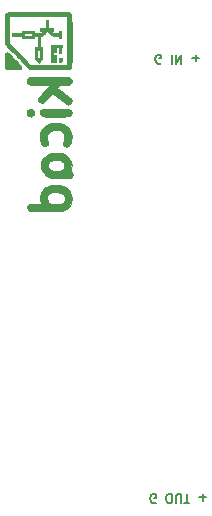
<source format=gbo>
G04 #@! TF.FileFunction,Legend,Bot*
%FSLAX46Y46*%
G04 Gerber Fmt 4.6, Leading zero omitted, Abs format (unit mm)*
G04 Created by KiCad (PCBNEW 0.201508140901+6091~28~ubuntu14.04.1-product) date Wed 04 Nov 2015 06:06:40 AM PST*
%MOMM*%
G01*
G04 APERTURE LIST*
%ADD10C,0.076200*%
%ADD11C,0.127000*%
%ADD12C,0.010000*%
G04 APERTURE END LIST*
D10*
D11*
X157758714Y-127181000D02*
X157686143Y-127217286D01*
X157577286Y-127217286D01*
X157468429Y-127181000D01*
X157395857Y-127108429D01*
X157359572Y-127035857D01*
X157323286Y-126890714D01*
X157323286Y-126781857D01*
X157359572Y-126636714D01*
X157395857Y-126564143D01*
X157468429Y-126491571D01*
X157577286Y-126455286D01*
X157649857Y-126455286D01*
X157758714Y-126491571D01*
X157795000Y-126527857D01*
X157795000Y-126781857D01*
X157649857Y-126781857D01*
X158847285Y-127217286D02*
X158992428Y-127217286D01*
X159065000Y-127181000D01*
X159137571Y-127108429D01*
X159173857Y-126963286D01*
X159173857Y-126709286D01*
X159137571Y-126564143D01*
X159065000Y-126491571D01*
X158992428Y-126455286D01*
X158847285Y-126455286D01*
X158774714Y-126491571D01*
X158702143Y-126564143D01*
X158665857Y-126709286D01*
X158665857Y-126963286D01*
X158702143Y-127108429D01*
X158774714Y-127181000D01*
X158847285Y-127217286D01*
X159500429Y-127217286D02*
X159500429Y-126600429D01*
X159536714Y-126527857D01*
X159573000Y-126491571D01*
X159645571Y-126455286D01*
X159790714Y-126455286D01*
X159863286Y-126491571D01*
X159899571Y-126527857D01*
X159935857Y-126600429D01*
X159935857Y-127217286D01*
X160189857Y-127217286D02*
X160625286Y-127217286D01*
X160407572Y-126455286D02*
X160407572Y-127217286D01*
X161459857Y-126745571D02*
X162040428Y-126745571D01*
X161750142Y-126455286D02*
X161750142Y-127035857D01*
X158166714Y-89981000D02*
X158094143Y-90017286D01*
X157985286Y-90017286D01*
X157876429Y-89981000D01*
X157803857Y-89908429D01*
X157767572Y-89835857D01*
X157731286Y-89690714D01*
X157731286Y-89581857D01*
X157767572Y-89436714D01*
X157803857Y-89364143D01*
X157876429Y-89291571D01*
X157985286Y-89255286D01*
X158057857Y-89255286D01*
X158166714Y-89291571D01*
X158203000Y-89327857D01*
X158203000Y-89581857D01*
X158057857Y-89581857D01*
X159110143Y-89255286D02*
X159110143Y-90017286D01*
X159473000Y-89255286D02*
X159473000Y-90017286D01*
X159908428Y-89255286D01*
X159908428Y-90017286D01*
X160851857Y-89545571D02*
X161432428Y-89545571D01*
X161142142Y-89255286D02*
X161142142Y-89835857D01*
D12*
G36*
X148086142Y-98859449D02*
X148143512Y-99055215D01*
X148236527Y-99232282D01*
X148362801Y-99387595D01*
X148519947Y-99518098D01*
X148705580Y-99620738D01*
X148873667Y-99680926D01*
X148914673Y-99691381D01*
X148959148Y-99699800D01*
X149011995Y-99706399D01*
X149078119Y-99711391D01*
X149162423Y-99714991D01*
X149269811Y-99717412D01*
X149405187Y-99718870D01*
X149573454Y-99719577D01*
X149762667Y-99719750D01*
X149971570Y-99719629D01*
X150142533Y-99718857D01*
X150279951Y-99716823D01*
X150388217Y-99712914D01*
X150471726Y-99706519D01*
X150534871Y-99697027D01*
X150582047Y-99683824D01*
X150617647Y-99666300D01*
X150646064Y-99643842D01*
X150671694Y-99615838D01*
X150692131Y-99590319D01*
X150725543Y-99518604D01*
X150737178Y-99426921D01*
X150726896Y-99331691D01*
X150695054Y-99250143D01*
X150653904Y-99197364D01*
X150608908Y-99159387D01*
X150605174Y-99157317D01*
X150567029Y-99137053D01*
X150551627Y-99128246D01*
X150555871Y-99108264D01*
X150571806Y-99060410D01*
X150589522Y-99012224D01*
X150638103Y-98826543D01*
X150648306Y-98633208D01*
X150621670Y-98438660D01*
X150559734Y-98249340D01*
X150464038Y-98071691D01*
X150336122Y-97912153D01*
X150323584Y-97899405D01*
X150184230Y-97780300D01*
X150029814Y-97688893D01*
X149855281Y-97623471D01*
X149655579Y-97582323D01*
X149459848Y-97566500D01*
X149459848Y-98189669D01*
X149639035Y-98212307D01*
X149786132Y-98258172D01*
X149899840Y-98326825D01*
X149978859Y-98417825D01*
X149991924Y-98441735D01*
X150019465Y-98522631D01*
X150035251Y-98620989D01*
X150038427Y-98721124D01*
X150028138Y-98807352D01*
X150014081Y-98848017D01*
X149954204Y-98937063D01*
X149874782Y-99004342D01*
X149771151Y-99051715D01*
X149638645Y-99081043D01*
X149472601Y-99094189D01*
X149394345Y-99095334D01*
X149213827Y-99091376D01*
X149069270Y-99078178D01*
X148954930Y-99053750D01*
X148865061Y-99016106D01*
X148793918Y-98963256D01*
X148735755Y-98893213D01*
X148715025Y-98860256D01*
X148682730Y-98771159D01*
X148672531Y-98662504D01*
X148684266Y-98550739D01*
X148717770Y-98452315D01*
X148719105Y-98449750D01*
X148779444Y-98357767D01*
X148854420Y-98289121D01*
X148950465Y-98240675D01*
X149074009Y-98209291D01*
X149231480Y-98191829D01*
X149249868Y-98190697D01*
X149459848Y-98189669D01*
X149459848Y-97566500D01*
X149425655Y-97563735D01*
X149328750Y-97562231D01*
X149205628Y-97562946D01*
X149113703Y-97566067D01*
X149041852Y-97573001D01*
X148978951Y-97585152D01*
X148913875Y-97603926D01*
X148863084Y-97621061D01*
X148709035Y-97681136D01*
X148583253Y-97746607D01*
X148471761Y-97825623D01*
X148392726Y-97895251D01*
X148253005Y-98052034D01*
X148153075Y-98221977D01*
X148091621Y-98408115D01*
X148067330Y-98613484D01*
X148066804Y-98648040D01*
X148086142Y-98859449D01*
X148086142Y-98859449D01*
G37*
X148086142Y-98859449D02*
X148143512Y-99055215D01*
X148236527Y-99232282D01*
X148362801Y-99387595D01*
X148519947Y-99518098D01*
X148705580Y-99620738D01*
X148873667Y-99680926D01*
X148914673Y-99691381D01*
X148959148Y-99699800D01*
X149011995Y-99706399D01*
X149078119Y-99711391D01*
X149162423Y-99714991D01*
X149269811Y-99717412D01*
X149405187Y-99718870D01*
X149573454Y-99719577D01*
X149762667Y-99719750D01*
X149971570Y-99719629D01*
X150142533Y-99718857D01*
X150279951Y-99716823D01*
X150388217Y-99712914D01*
X150471726Y-99706519D01*
X150534871Y-99697027D01*
X150582047Y-99683824D01*
X150617647Y-99666300D01*
X150646064Y-99643842D01*
X150671694Y-99615838D01*
X150692131Y-99590319D01*
X150725543Y-99518604D01*
X150737178Y-99426921D01*
X150726896Y-99331691D01*
X150695054Y-99250143D01*
X150653904Y-99197364D01*
X150608908Y-99159387D01*
X150605174Y-99157317D01*
X150567029Y-99137053D01*
X150551627Y-99128246D01*
X150555871Y-99108264D01*
X150571806Y-99060410D01*
X150589522Y-99012224D01*
X150638103Y-98826543D01*
X150648306Y-98633208D01*
X150621670Y-98438660D01*
X150559734Y-98249340D01*
X150464038Y-98071691D01*
X150336122Y-97912153D01*
X150323584Y-97899405D01*
X150184230Y-97780300D01*
X150029814Y-97688893D01*
X149855281Y-97623471D01*
X149655579Y-97582323D01*
X149459848Y-97566500D01*
X149459848Y-98189669D01*
X149639035Y-98212307D01*
X149786132Y-98258172D01*
X149899840Y-98326825D01*
X149978859Y-98417825D01*
X149991924Y-98441735D01*
X150019465Y-98522631D01*
X150035251Y-98620989D01*
X150038427Y-98721124D01*
X150028138Y-98807352D01*
X150014081Y-98848017D01*
X149954204Y-98937063D01*
X149874782Y-99004342D01*
X149771151Y-99051715D01*
X149638645Y-99081043D01*
X149472601Y-99094189D01*
X149394345Y-99095334D01*
X149213827Y-99091376D01*
X149069270Y-99078178D01*
X148954930Y-99053750D01*
X148865061Y-99016106D01*
X148793918Y-98963256D01*
X148735755Y-98893213D01*
X148715025Y-98860256D01*
X148682730Y-98771159D01*
X148672531Y-98662504D01*
X148684266Y-98550739D01*
X148717770Y-98452315D01*
X148719105Y-98449750D01*
X148779444Y-98357767D01*
X148854420Y-98289121D01*
X148950465Y-98240675D01*
X149074009Y-98209291D01*
X149231480Y-98191829D01*
X149249868Y-98190697D01*
X149459848Y-98189669D01*
X149459848Y-97566500D01*
X149425655Y-97563735D01*
X149328750Y-97562231D01*
X149205628Y-97562946D01*
X149113703Y-97566067D01*
X149041852Y-97573001D01*
X148978951Y-97585152D01*
X148913875Y-97603926D01*
X148863084Y-97621061D01*
X148709035Y-97681136D01*
X148583253Y-97746607D01*
X148471761Y-97825623D01*
X148392726Y-97895251D01*
X148253005Y-98052034D01*
X148153075Y-98221977D01*
X148091621Y-98408115D01*
X148067330Y-98613484D01*
X148066804Y-98648040D01*
X148086142Y-98859449D01*
G36*
X146849793Y-91578391D02*
X146893973Y-91670663D01*
X146967811Y-91745573D01*
X146990582Y-91760335D01*
X147010526Y-91771007D01*
X147033385Y-91779842D01*
X147063298Y-91787074D01*
X147104406Y-91792937D01*
X147160846Y-91797668D01*
X147236759Y-91801500D01*
X147336282Y-91804670D01*
X147463555Y-91807411D01*
X147622717Y-91809960D01*
X147817907Y-91812550D01*
X147935709Y-91814000D01*
X148807500Y-91824584D01*
X148373094Y-92300834D01*
X148231727Y-92455883D01*
X148116268Y-92583143D01*
X148024150Y-92686153D01*
X147952808Y-92768449D01*
X147899677Y-92833571D01*
X147862189Y-92885055D01*
X147837780Y-92926439D01*
X147823883Y-92961262D01*
X147817932Y-92993062D01*
X147817362Y-93025376D01*
X147819606Y-93061742D01*
X147819751Y-93063795D01*
X147835206Y-93158660D01*
X147864362Y-93229503D01*
X147869288Y-93236634D01*
X147948281Y-93312165D01*
X148043024Y-93354932D01*
X148143909Y-93362825D01*
X148241328Y-93333735D01*
X148260708Y-93322565D01*
X148293857Y-93294822D01*
X148349946Y-93240380D01*
X148424015Y-93164378D01*
X148511104Y-93071955D01*
X148606253Y-92968253D01*
X148656693Y-92912220D01*
X148750574Y-92807678D01*
X148835304Y-92714164D01*
X148906754Y-92636167D01*
X148960794Y-92578176D01*
X148993295Y-92544682D01*
X149000707Y-92538223D01*
X149020414Y-92549244D01*
X149069586Y-92583292D01*
X149144253Y-92637428D01*
X149240443Y-92708717D01*
X149354185Y-92794221D01*
X149481509Y-92891003D01*
X149584956Y-92970326D01*
X149752613Y-93099259D01*
X149890288Y-93204691D01*
X150001512Y-93288985D01*
X150089816Y-93354504D01*
X150158731Y-93403612D01*
X150211788Y-93438674D01*
X150252519Y-93462052D01*
X150284453Y-93476109D01*
X150311123Y-93483211D01*
X150336058Y-93485719D01*
X150355334Y-93486009D01*
X150454159Y-93466983D01*
X150537537Y-93415450D01*
X150601226Y-93339725D01*
X150640985Y-93248123D01*
X150652572Y-93148961D01*
X150631746Y-93050553D01*
X150604028Y-92998403D01*
X150576025Y-92968740D01*
X150518565Y-92917218D01*
X150436019Y-92847430D01*
X150332759Y-92762969D01*
X150213155Y-92667427D01*
X150081578Y-92564398D01*
X149991498Y-92494957D01*
X149426607Y-92062203D01*
X149535846Y-91938101D01*
X149645084Y-91814000D01*
X149984334Y-91813483D01*
X150159503Y-91811081D01*
X150297270Y-91804026D01*
X150402381Y-91791651D01*
X150479578Y-91773287D01*
X150533607Y-91748268D01*
X150552979Y-91733450D01*
X150612791Y-91656227D01*
X150650539Y-91560577D01*
X150661295Y-91462649D01*
X150652286Y-91407998D01*
X150598297Y-91300935D01*
X150510256Y-91218624D01*
X150509957Y-91218427D01*
X150497614Y-91211330D01*
X150481682Y-91205144D01*
X150459345Y-91199808D01*
X150427788Y-91195258D01*
X150384196Y-91191432D01*
X150325754Y-91188268D01*
X150249646Y-91185702D01*
X150153057Y-91183672D01*
X150033172Y-91182116D01*
X149887175Y-91180971D01*
X149712251Y-91180174D01*
X149505584Y-91179662D01*
X149264361Y-91179374D01*
X148985764Y-91179247D01*
X148746667Y-91179219D01*
X148438059Y-91179235D01*
X148168950Y-91179352D01*
X147936508Y-91179635D01*
X147737898Y-91180151D01*
X147570288Y-91180964D01*
X147430842Y-91182142D01*
X147316728Y-91183750D01*
X147225113Y-91185855D01*
X147153162Y-91188522D01*
X147098042Y-91191816D01*
X147056920Y-91195805D01*
X147026961Y-91200555D01*
X147005332Y-91206130D01*
X146989200Y-91212598D01*
X146975732Y-91220023D01*
X146974986Y-91220477D01*
X146897867Y-91289799D01*
X146851473Y-91378719D01*
X146835538Y-91477996D01*
X146849793Y-91578391D01*
X146849793Y-91578391D01*
G37*
X146849793Y-91578391D02*
X146893973Y-91670663D01*
X146967811Y-91745573D01*
X146990582Y-91760335D01*
X147010526Y-91771007D01*
X147033385Y-91779842D01*
X147063298Y-91787074D01*
X147104406Y-91792937D01*
X147160846Y-91797668D01*
X147236759Y-91801500D01*
X147336282Y-91804670D01*
X147463555Y-91807411D01*
X147622717Y-91809960D01*
X147817907Y-91812550D01*
X147935709Y-91814000D01*
X148807500Y-91824584D01*
X148373094Y-92300834D01*
X148231727Y-92455883D01*
X148116268Y-92583143D01*
X148024150Y-92686153D01*
X147952808Y-92768449D01*
X147899677Y-92833571D01*
X147862189Y-92885055D01*
X147837780Y-92926439D01*
X147823883Y-92961262D01*
X147817932Y-92993062D01*
X147817362Y-93025376D01*
X147819606Y-93061742D01*
X147819751Y-93063795D01*
X147835206Y-93158660D01*
X147864362Y-93229503D01*
X147869288Y-93236634D01*
X147948281Y-93312165D01*
X148043024Y-93354932D01*
X148143909Y-93362825D01*
X148241328Y-93333735D01*
X148260708Y-93322565D01*
X148293857Y-93294822D01*
X148349946Y-93240380D01*
X148424015Y-93164378D01*
X148511104Y-93071955D01*
X148606253Y-92968253D01*
X148656693Y-92912220D01*
X148750574Y-92807678D01*
X148835304Y-92714164D01*
X148906754Y-92636167D01*
X148960794Y-92578176D01*
X148993295Y-92544682D01*
X149000707Y-92538223D01*
X149020414Y-92549244D01*
X149069586Y-92583292D01*
X149144253Y-92637428D01*
X149240443Y-92708717D01*
X149354185Y-92794221D01*
X149481509Y-92891003D01*
X149584956Y-92970326D01*
X149752613Y-93099259D01*
X149890288Y-93204691D01*
X150001512Y-93288985D01*
X150089816Y-93354504D01*
X150158731Y-93403612D01*
X150211788Y-93438674D01*
X150252519Y-93462052D01*
X150284453Y-93476109D01*
X150311123Y-93483211D01*
X150336058Y-93485719D01*
X150355334Y-93486009D01*
X150454159Y-93466983D01*
X150537537Y-93415450D01*
X150601226Y-93339725D01*
X150640985Y-93248123D01*
X150652572Y-93148961D01*
X150631746Y-93050553D01*
X150604028Y-92998403D01*
X150576025Y-92968740D01*
X150518565Y-92917218D01*
X150436019Y-92847430D01*
X150332759Y-92762969D01*
X150213155Y-92667427D01*
X150081578Y-92564398D01*
X149991498Y-92494957D01*
X149426607Y-92062203D01*
X149535846Y-91938101D01*
X149645084Y-91814000D01*
X149984334Y-91813483D01*
X150159503Y-91811081D01*
X150297270Y-91804026D01*
X150402381Y-91791651D01*
X150479578Y-91773287D01*
X150533607Y-91748268D01*
X150552979Y-91733450D01*
X150612791Y-91656227D01*
X150650539Y-91560577D01*
X150661295Y-91462649D01*
X150652286Y-91407998D01*
X150598297Y-91300935D01*
X150510256Y-91218624D01*
X150509957Y-91218427D01*
X150497614Y-91211330D01*
X150481682Y-91205144D01*
X150459345Y-91199808D01*
X150427788Y-91195258D01*
X150384196Y-91191432D01*
X150325754Y-91188268D01*
X150249646Y-91185702D01*
X150153057Y-91183672D01*
X150033172Y-91182116D01*
X149887175Y-91180971D01*
X149712251Y-91180174D01*
X149505584Y-91179662D01*
X149264361Y-91179374D01*
X148985764Y-91179247D01*
X148746667Y-91179219D01*
X148438059Y-91179235D01*
X148168950Y-91179352D01*
X147936508Y-91179635D01*
X147737898Y-91180151D01*
X147570288Y-91180964D01*
X147430842Y-91182142D01*
X147316728Y-91183750D01*
X147225113Y-91185855D01*
X147153162Y-91188522D01*
X147098042Y-91191816D01*
X147056920Y-91195805D01*
X147026961Y-91200555D01*
X147005332Y-91206130D01*
X146989200Y-91212598D01*
X146975732Y-91220023D01*
X146974986Y-91220477D01*
X146897867Y-91289799D01*
X146851473Y-91378719D01*
X146835538Y-91477996D01*
X146849793Y-91578391D01*
G36*
X147948789Y-94212702D02*
X147974683Y-94322494D01*
X148033214Y-94406880D01*
X148112018Y-94462978D01*
X148130251Y-94471635D01*
X148152346Y-94478919D01*
X148181884Y-94484948D01*
X148222448Y-94489839D01*
X148277619Y-94493711D01*
X148350978Y-94496681D01*
X148446107Y-94498867D01*
X148566587Y-94500387D01*
X148716000Y-94501359D01*
X148897928Y-94501900D01*
X149115952Y-94502129D01*
X149303013Y-94502167D01*
X149555785Y-94502152D01*
X149769766Y-94501906D01*
X149948500Y-94501125D01*
X150095527Y-94499508D01*
X150214390Y-94496752D01*
X150308633Y-94492554D01*
X150381797Y-94486612D01*
X150437425Y-94478623D01*
X150479060Y-94468284D01*
X150510243Y-94455293D01*
X150534517Y-94439347D01*
X150555425Y-94420145D01*
X150576510Y-94397382D01*
X150580442Y-94393053D01*
X150612033Y-94351779D01*
X150635638Y-94301076D01*
X150657706Y-94226287D01*
X150662826Y-94205834D01*
X150661058Y-94166854D01*
X150647108Y-94108449D01*
X150640866Y-94089417D01*
X150585760Y-93989552D01*
X150503789Y-93917529D01*
X150402153Y-93879501D01*
X150393718Y-93878159D01*
X150354785Y-93875683D01*
X150278002Y-93873612D01*
X150167849Y-93871974D01*
X150028809Y-93870795D01*
X149865363Y-93870101D01*
X149681992Y-93869920D01*
X149483177Y-93870276D01*
X149273400Y-93871198D01*
X149244084Y-93871369D01*
X149004844Y-93872867D01*
X148804195Y-93874338D01*
X148638394Y-93875946D01*
X148503701Y-93877856D01*
X148396372Y-93880231D01*
X148312665Y-93883236D01*
X148248839Y-93887035D01*
X148201151Y-93891792D01*
X148165860Y-93897672D01*
X148139223Y-93904839D01*
X148117498Y-93913457D01*
X148101084Y-93921536D01*
X148014100Y-93987354D01*
X147962660Y-94075941D01*
X147947318Y-94186238D01*
X147948789Y-94212702D01*
X147948789Y-94212702D01*
G37*
X147948789Y-94212702D02*
X147974683Y-94322494D01*
X148033214Y-94406880D01*
X148112018Y-94462978D01*
X148130251Y-94471635D01*
X148152346Y-94478919D01*
X148181884Y-94484948D01*
X148222448Y-94489839D01*
X148277619Y-94493711D01*
X148350978Y-94496681D01*
X148446107Y-94498867D01*
X148566587Y-94500387D01*
X148716000Y-94501359D01*
X148897928Y-94501900D01*
X149115952Y-94502129D01*
X149303013Y-94502167D01*
X149555785Y-94502152D01*
X149769766Y-94501906D01*
X149948500Y-94501125D01*
X150095527Y-94499508D01*
X150214390Y-94496752D01*
X150308633Y-94492554D01*
X150381797Y-94486612D01*
X150437425Y-94478623D01*
X150479060Y-94468284D01*
X150510243Y-94455293D01*
X150534517Y-94439347D01*
X150555425Y-94420145D01*
X150576510Y-94397382D01*
X150580442Y-94393053D01*
X150612033Y-94351779D01*
X150635638Y-94301076D01*
X150657706Y-94226287D01*
X150662826Y-94205834D01*
X150661058Y-94166854D01*
X150647108Y-94108449D01*
X150640866Y-94089417D01*
X150585760Y-93989552D01*
X150503789Y-93917529D01*
X150402153Y-93879501D01*
X150393718Y-93878159D01*
X150354785Y-93875683D01*
X150278002Y-93873612D01*
X150167849Y-93871974D01*
X150028809Y-93870795D01*
X149865363Y-93870101D01*
X149681992Y-93869920D01*
X149483177Y-93870276D01*
X149273400Y-93871198D01*
X149244084Y-93871369D01*
X149004844Y-93872867D01*
X148804195Y-93874338D01*
X148638394Y-93875946D01*
X148503701Y-93877856D01*
X148396372Y-93880231D01*
X148312665Y-93883236D01*
X148248839Y-93887035D01*
X148201151Y-93891792D01*
X148165860Y-93897672D01*
X148139223Y-93904839D01*
X148117498Y-93913457D01*
X148101084Y-93921536D01*
X148014100Y-93987354D01*
X147962660Y-94075941D01*
X147947318Y-94186238D01*
X147948789Y-94212702D01*
G36*
X146918258Y-102326111D02*
X146983875Y-102422611D01*
X147001981Y-102441193D01*
X147076830Y-102513750D01*
X148329790Y-102519710D01*
X148611281Y-102520922D01*
X148854084Y-102521525D01*
X149061841Y-102521280D01*
X149238198Y-102519945D01*
X149386796Y-102517281D01*
X149511281Y-102513048D01*
X149615294Y-102507006D01*
X149702479Y-102498915D01*
X149776481Y-102488534D01*
X149840942Y-102475624D01*
X149899506Y-102459945D01*
X149955816Y-102441256D01*
X150013516Y-102419317D01*
X150044876Y-102406709D01*
X150222181Y-102312748D01*
X150373637Y-102187193D01*
X150495513Y-102034164D01*
X150584079Y-101857779D01*
X150608545Y-101784379D01*
X150639233Y-101660636D01*
X150655061Y-101544696D01*
X150657417Y-101419679D01*
X150649360Y-101287729D01*
X150639246Y-101200056D01*
X150622737Y-101125528D01*
X150595145Y-101049160D01*
X150551781Y-100955969D01*
X150535171Y-100922837D01*
X150416061Y-100731190D01*
X150269030Y-100571329D01*
X150094342Y-100443456D01*
X149892262Y-100347771D01*
X149705572Y-100293306D01*
X149579116Y-100273656D01*
X149426225Y-100262766D01*
X149328572Y-100261523D01*
X149328572Y-100877550D01*
X149491604Y-100895189D01*
X149646206Y-100933647D01*
X149785374Y-100992004D01*
X149902101Y-101069342D01*
X149989381Y-101164742D01*
X150011182Y-101201280D01*
X150064326Y-101340319D01*
X150077277Y-101474863D01*
X150049812Y-101601622D01*
X150039915Y-101624750D01*
X149976103Y-101730441D01*
X149891803Y-101807474D01*
X149807003Y-101853962D01*
X149765297Y-101870520D01*
X149718963Y-101882827D01*
X149660427Y-101891734D01*
X149582116Y-101898091D01*
X149476455Y-101902749D01*
X149339334Y-101906479D01*
X149157268Y-101908595D01*
X149016436Y-101905639D01*
X148917139Y-101897621D01*
X148875146Y-101889737D01*
X148772791Y-101841082D01*
X148685721Y-101757696D01*
X148618154Y-101645712D01*
X148574309Y-101511261D01*
X148562355Y-101435174D01*
X148568730Y-101314406D01*
X148607938Y-101194587D01*
X148674020Y-101089803D01*
X148732276Y-101033553D01*
X148858964Y-100958730D01*
X149005246Y-100908402D01*
X149164118Y-100881648D01*
X149328572Y-100877550D01*
X149328572Y-100261523D01*
X149261887Y-100260674D01*
X149101094Y-100267414D01*
X148958832Y-100283023D01*
X148912092Y-100291422D01*
X148699632Y-100355055D01*
X148506803Y-100452527D01*
X148337576Y-100580351D01*
X148195920Y-100735039D01*
X148085804Y-100913102D01*
X148022004Y-101073538D01*
X147986394Y-101242950D01*
X147976230Y-101425837D01*
X147991470Y-101605491D01*
X148023705Y-101741167D01*
X148046429Y-101812574D01*
X148062719Y-101867683D01*
X148069060Y-101894597D01*
X148069060Y-101894625D01*
X148048970Y-101899183D01*
X147992510Y-101903229D01*
X147905643Y-101906566D01*
X147794333Y-101908994D01*
X147664542Y-101910316D01*
X147592032Y-101910500D01*
X147424067Y-101910985D01*
X147292760Y-101913135D01*
X147192443Y-101917993D01*
X147117446Y-101926603D01*
X147062100Y-101940007D01*
X147020735Y-101959248D01*
X146987682Y-101985371D01*
X146957270Y-102019417D01*
X146949925Y-102028641D01*
X146900463Y-102122619D01*
X146890181Y-102223945D01*
X146918258Y-102326111D01*
X146918258Y-102326111D01*
G37*
X146918258Y-102326111D02*
X146983875Y-102422611D01*
X147001981Y-102441193D01*
X147076830Y-102513750D01*
X148329790Y-102519710D01*
X148611281Y-102520922D01*
X148854084Y-102521525D01*
X149061841Y-102521280D01*
X149238198Y-102519945D01*
X149386796Y-102517281D01*
X149511281Y-102513048D01*
X149615294Y-102507006D01*
X149702479Y-102498915D01*
X149776481Y-102488534D01*
X149840942Y-102475624D01*
X149899506Y-102459945D01*
X149955816Y-102441256D01*
X150013516Y-102419317D01*
X150044876Y-102406709D01*
X150222181Y-102312748D01*
X150373637Y-102187193D01*
X150495513Y-102034164D01*
X150584079Y-101857779D01*
X150608545Y-101784379D01*
X150639233Y-101660636D01*
X150655061Y-101544696D01*
X150657417Y-101419679D01*
X150649360Y-101287729D01*
X150639246Y-101200056D01*
X150622737Y-101125528D01*
X150595145Y-101049160D01*
X150551781Y-100955969D01*
X150535171Y-100922837D01*
X150416061Y-100731190D01*
X150269030Y-100571329D01*
X150094342Y-100443456D01*
X149892262Y-100347771D01*
X149705572Y-100293306D01*
X149579116Y-100273656D01*
X149426225Y-100262766D01*
X149328572Y-100261523D01*
X149328572Y-100877550D01*
X149491604Y-100895189D01*
X149646206Y-100933647D01*
X149785374Y-100992004D01*
X149902101Y-101069342D01*
X149989381Y-101164742D01*
X150011182Y-101201280D01*
X150064326Y-101340319D01*
X150077277Y-101474863D01*
X150049812Y-101601622D01*
X150039915Y-101624750D01*
X149976103Y-101730441D01*
X149891803Y-101807474D01*
X149807003Y-101853962D01*
X149765297Y-101870520D01*
X149718963Y-101882827D01*
X149660427Y-101891734D01*
X149582116Y-101898091D01*
X149476455Y-101902749D01*
X149339334Y-101906479D01*
X149157268Y-101908595D01*
X149016436Y-101905639D01*
X148917139Y-101897621D01*
X148875146Y-101889737D01*
X148772791Y-101841082D01*
X148685721Y-101757696D01*
X148618154Y-101645712D01*
X148574309Y-101511261D01*
X148562355Y-101435174D01*
X148568730Y-101314406D01*
X148607938Y-101194587D01*
X148674020Y-101089803D01*
X148732276Y-101033553D01*
X148858964Y-100958730D01*
X149005246Y-100908402D01*
X149164118Y-100881648D01*
X149328572Y-100877550D01*
X149328572Y-100261523D01*
X149261887Y-100260674D01*
X149101094Y-100267414D01*
X148958832Y-100283023D01*
X148912092Y-100291422D01*
X148699632Y-100355055D01*
X148506803Y-100452527D01*
X148337576Y-100580351D01*
X148195920Y-100735039D01*
X148085804Y-100913102D01*
X148022004Y-101073538D01*
X147986394Y-101242950D01*
X147976230Y-101425837D01*
X147991470Y-101605491D01*
X148023705Y-101741167D01*
X148046429Y-101812574D01*
X148062719Y-101867683D01*
X148069060Y-101894597D01*
X148069060Y-101894625D01*
X148048970Y-101899183D01*
X147992510Y-101903229D01*
X147905643Y-101906566D01*
X147794333Y-101908994D01*
X147664542Y-101910316D01*
X147592032Y-101910500D01*
X147424067Y-101910985D01*
X147292760Y-101913135D01*
X147192443Y-101917993D01*
X147117446Y-101926603D01*
X147062100Y-101940007D01*
X147020735Y-101959248D01*
X146987682Y-101985371D01*
X146957270Y-102019417D01*
X146949925Y-102028641D01*
X146900463Y-102122619D01*
X146890181Y-102223945D01*
X146918258Y-102326111D01*
G36*
X145021404Y-86998013D02*
X145021413Y-87104747D01*
X145021473Y-87365159D01*
X145021753Y-87586604D01*
X145022350Y-87772446D01*
X145023360Y-87926051D01*
X145024879Y-88050784D01*
X145027002Y-88150012D01*
X145029826Y-88227099D01*
X145033448Y-88285410D01*
X145037962Y-88328312D01*
X145043466Y-88359169D01*
X145050055Y-88381347D01*
X145057825Y-88398211D01*
X145058375Y-88399207D01*
X145079226Y-88425685D01*
X145126978Y-88479812D01*
X145199062Y-88558849D01*
X145292906Y-88660057D01*
X145405939Y-88780695D01*
X145535592Y-88918023D01*
X145679293Y-89069304D01*
X145834472Y-89231796D01*
X145998559Y-89402760D01*
X146056102Y-89462519D01*
X146255667Y-89669293D01*
X146428160Y-89847298D01*
X146575602Y-89998517D01*
X146700013Y-90124937D01*
X146803413Y-90228542D01*
X146887822Y-90311316D01*
X146955260Y-90375245D01*
X147007747Y-90422312D01*
X147047304Y-90454503D01*
X147075949Y-90473803D01*
X147093269Y-90481566D01*
X147131483Y-90486340D01*
X147210679Y-90490342D01*
X147331032Y-90493572D01*
X147492719Y-90496034D01*
X147695914Y-90497728D01*
X147940795Y-90498656D01*
X148227536Y-90498820D01*
X148556314Y-90498221D01*
X148792749Y-90497424D01*
X149093203Y-90496230D01*
X149354218Y-90495099D01*
X149578685Y-90493947D01*
X149769498Y-90492686D01*
X149929550Y-90491231D01*
X150061734Y-90489496D01*
X150168943Y-90487395D01*
X150254071Y-90484841D01*
X150320009Y-90481749D01*
X150369651Y-90478033D01*
X150405890Y-90473607D01*
X150431619Y-90468384D01*
X150449731Y-90462280D01*
X150463119Y-90455207D01*
X150474191Y-90447442D01*
X150567174Y-90355575D01*
X150622918Y-90245417D01*
X150631400Y-90214279D01*
X150634626Y-90179193D01*
X150637524Y-90105539D01*
X150640099Y-89996864D01*
X150642354Y-89856715D01*
X150644293Y-89688640D01*
X150645919Y-89496186D01*
X150647238Y-89282900D01*
X150648251Y-89052329D01*
X150648964Y-88808020D01*
X150649380Y-88553521D01*
X150649502Y-88292378D01*
X150649335Y-88028139D01*
X150648882Y-87764352D01*
X150648148Y-87504563D01*
X150647135Y-87252320D01*
X150645848Y-87011169D01*
X150644290Y-86784659D01*
X150642466Y-86576335D01*
X150640379Y-86389746D01*
X150638033Y-86228439D01*
X150635431Y-86095961D01*
X150632578Y-85995858D01*
X150629477Y-85931679D01*
X150626797Y-85908500D01*
X150576369Y-85799134D01*
X150497435Y-85713687D01*
X150413906Y-85666394D01*
X150397344Y-85661219D01*
X150374980Y-85656607D01*
X150344528Y-85652532D01*
X150303705Y-85648969D01*
X150250225Y-85645894D01*
X150181803Y-85643283D01*
X150096155Y-85641110D01*
X149990996Y-85639350D01*
X149864042Y-85637980D01*
X149713006Y-85636974D01*
X149535606Y-85636308D01*
X149329555Y-85635957D01*
X149092569Y-85635895D01*
X148822363Y-85636099D01*
X148516653Y-85636544D01*
X148173153Y-85637205D01*
X147994267Y-85637601D01*
X147994267Y-85995729D01*
X148279839Y-85996013D01*
X148553655Y-85996649D01*
X148810731Y-85997622D01*
X149046085Y-85998918D01*
X149254735Y-86000519D01*
X149431699Y-86002411D01*
X149571993Y-86004578D01*
X149588042Y-86004894D01*
X150291834Y-86019234D01*
X150291834Y-90141834D01*
X147165191Y-90141834D01*
X146252606Y-89205209D01*
X145340020Y-88268584D01*
X145344718Y-87136167D01*
X145349417Y-86003750D01*
X147116834Y-85997152D01*
X147407782Y-85996283D01*
X147701920Y-85995814D01*
X147994267Y-85995729D01*
X147994267Y-85637601D01*
X147794167Y-85638046D01*
X145264750Y-85643917D01*
X145183195Y-85694616D01*
X145150149Y-85714627D01*
X145121930Y-85732627D01*
X145098157Y-85751930D01*
X145078451Y-85775848D01*
X145062432Y-85807697D01*
X145049718Y-85850791D01*
X145039931Y-85908442D01*
X145032689Y-85983966D01*
X145027612Y-86080677D01*
X145024321Y-86201887D01*
X145022435Y-86350912D01*
X145021573Y-86531065D01*
X145021357Y-86745661D01*
X145021404Y-86998013D01*
X145021404Y-86998013D01*
G37*
X145021404Y-86998013D02*
X145021413Y-87104747D01*
X145021473Y-87365159D01*
X145021753Y-87586604D01*
X145022350Y-87772446D01*
X145023360Y-87926051D01*
X145024879Y-88050784D01*
X145027002Y-88150012D01*
X145029826Y-88227099D01*
X145033448Y-88285410D01*
X145037962Y-88328312D01*
X145043466Y-88359169D01*
X145050055Y-88381347D01*
X145057825Y-88398211D01*
X145058375Y-88399207D01*
X145079226Y-88425685D01*
X145126978Y-88479812D01*
X145199062Y-88558849D01*
X145292906Y-88660057D01*
X145405939Y-88780695D01*
X145535592Y-88918023D01*
X145679293Y-89069304D01*
X145834472Y-89231796D01*
X145998559Y-89402760D01*
X146056102Y-89462519D01*
X146255667Y-89669293D01*
X146428160Y-89847298D01*
X146575602Y-89998517D01*
X146700013Y-90124937D01*
X146803413Y-90228542D01*
X146887822Y-90311316D01*
X146955260Y-90375245D01*
X147007747Y-90422312D01*
X147047304Y-90454503D01*
X147075949Y-90473803D01*
X147093269Y-90481566D01*
X147131483Y-90486340D01*
X147210679Y-90490342D01*
X147331032Y-90493572D01*
X147492719Y-90496034D01*
X147695914Y-90497728D01*
X147940795Y-90498656D01*
X148227536Y-90498820D01*
X148556314Y-90498221D01*
X148792749Y-90497424D01*
X149093203Y-90496230D01*
X149354218Y-90495099D01*
X149578685Y-90493947D01*
X149769498Y-90492686D01*
X149929550Y-90491231D01*
X150061734Y-90489496D01*
X150168943Y-90487395D01*
X150254071Y-90484841D01*
X150320009Y-90481749D01*
X150369651Y-90478033D01*
X150405890Y-90473607D01*
X150431619Y-90468384D01*
X150449731Y-90462280D01*
X150463119Y-90455207D01*
X150474191Y-90447442D01*
X150567174Y-90355575D01*
X150622918Y-90245417D01*
X150631400Y-90214279D01*
X150634626Y-90179193D01*
X150637524Y-90105539D01*
X150640099Y-89996864D01*
X150642354Y-89856715D01*
X150644293Y-89688640D01*
X150645919Y-89496186D01*
X150647238Y-89282900D01*
X150648251Y-89052329D01*
X150648964Y-88808020D01*
X150649380Y-88553521D01*
X150649502Y-88292378D01*
X150649335Y-88028139D01*
X150648882Y-87764352D01*
X150648148Y-87504563D01*
X150647135Y-87252320D01*
X150645848Y-87011169D01*
X150644290Y-86784659D01*
X150642466Y-86576335D01*
X150640379Y-86389746D01*
X150638033Y-86228439D01*
X150635431Y-86095961D01*
X150632578Y-85995858D01*
X150629477Y-85931679D01*
X150626797Y-85908500D01*
X150576369Y-85799134D01*
X150497435Y-85713687D01*
X150413906Y-85666394D01*
X150397344Y-85661219D01*
X150374980Y-85656607D01*
X150344528Y-85652532D01*
X150303705Y-85648969D01*
X150250225Y-85645894D01*
X150181803Y-85643283D01*
X150096155Y-85641110D01*
X149990996Y-85639350D01*
X149864042Y-85637980D01*
X149713006Y-85636974D01*
X149535606Y-85636308D01*
X149329555Y-85635957D01*
X149092569Y-85635895D01*
X148822363Y-85636099D01*
X148516653Y-85636544D01*
X148173153Y-85637205D01*
X147994267Y-85637601D01*
X147994267Y-85995729D01*
X148279839Y-85996013D01*
X148553655Y-85996649D01*
X148810731Y-85997622D01*
X149046085Y-85998918D01*
X149254735Y-86000519D01*
X149431699Y-86002411D01*
X149571993Y-86004578D01*
X149588042Y-86004894D01*
X150291834Y-86019234D01*
X150291834Y-90141834D01*
X147165191Y-90141834D01*
X146252606Y-89205209D01*
X145340020Y-88268584D01*
X145344718Y-87136167D01*
X145349417Y-86003750D01*
X147116834Y-85997152D01*
X147407782Y-85996283D01*
X147701920Y-85995814D01*
X147994267Y-85995729D01*
X147994267Y-85637601D01*
X147794167Y-85638046D01*
X145264750Y-85643917D01*
X145183195Y-85694616D01*
X145150149Y-85714627D01*
X145121930Y-85732627D01*
X145098157Y-85751930D01*
X145078451Y-85775848D01*
X145062432Y-85807697D01*
X145049718Y-85850791D01*
X145039931Y-85908442D01*
X145032689Y-85983966D01*
X145027612Y-86080677D01*
X145024321Y-86201887D01*
X145022435Y-86350912D01*
X145021573Y-86531065D01*
X145021357Y-86745661D01*
X145021404Y-86998013D01*
G36*
X147952074Y-96375293D02*
X147978695Y-96517005D01*
X148019290Y-96656163D01*
X148070586Y-96784055D01*
X148129312Y-96891969D01*
X148192192Y-96971194D01*
X148228316Y-96999977D01*
X148323555Y-97035714D01*
X148425653Y-97035894D01*
X148523228Y-97003161D01*
X148604897Y-96940160D01*
X148631006Y-96906400D01*
X148671893Y-96811839D01*
X148674770Y-96708125D01*
X148639590Y-96591065D01*
X148627267Y-96564194D01*
X148596885Y-96495681D01*
X148578659Y-96434881D01*
X148569627Y-96366327D01*
X148566825Y-96274556D01*
X148566750Y-96248417D01*
X148568420Y-96150214D01*
X148575090Y-96080855D01*
X148589253Y-96026924D01*
X148613404Y-95975005D01*
X148619667Y-95963655D01*
X148696337Y-95862779D01*
X148799869Y-95775359D01*
X148914805Y-95713799D01*
X148943349Y-95703951D01*
X149006752Y-95692065D01*
X149104401Y-95683253D01*
X149228279Y-95678077D01*
X149329313Y-95676917D01*
X149626208Y-95676917D01*
X149773813Y-95751000D01*
X149859092Y-95797745D01*
X149917602Y-95841970D01*
X149962618Y-95894887D01*
X149984917Y-95929257D01*
X150014863Y-95981648D01*
X150033564Y-96027690D01*
X150043632Y-96080024D01*
X150047679Y-96151290D01*
X150048336Y-96236174D01*
X150047247Y-96333738D01*
X150042135Y-96402659D01*
X150030093Y-96456614D01*
X150008214Y-96509279D01*
X149978239Y-96565917D01*
X149939098Y-96643118D01*
X149920702Y-96699606D01*
X149919200Y-96749122D01*
X149921889Y-96767000D01*
X149960538Y-96878553D01*
X150026687Y-96964472D01*
X150113727Y-97020745D01*
X150215047Y-97043363D01*
X150324037Y-97028314D01*
X150342142Y-97021992D01*
X150394392Y-96984768D01*
X150452059Y-96915065D01*
X150509827Y-96821355D01*
X150562377Y-96712108D01*
X150599260Y-96612449D01*
X150625212Y-96521507D01*
X150640895Y-96438161D01*
X150648404Y-96346159D01*
X150649838Y-96229252D01*
X150649774Y-96220866D01*
X150646268Y-96114345D01*
X150638373Y-96011827D01*
X150627429Y-95928018D01*
X150619881Y-95892557D01*
X150556170Y-95725443D01*
X150461333Y-95562346D01*
X150343044Y-95413100D01*
X150208979Y-95287539D01*
X150081959Y-95203330D01*
X149949449Y-95140949D01*
X149814521Y-95095927D01*
X149667341Y-95066249D01*
X149498076Y-95049905D01*
X149307584Y-95044895D01*
X149078807Y-95052408D01*
X148882695Y-95077639D01*
X148712456Y-95122967D01*
X148561297Y-95190771D01*
X148422428Y-95283431D01*
X148291584Y-95400774D01*
X148146246Y-95571994D01*
X148041046Y-95754151D01*
X147974386Y-95951087D01*
X147944668Y-96166641D01*
X147942701Y-96239739D01*
X147952074Y-96375293D01*
X147952074Y-96375293D01*
G37*
X147952074Y-96375293D02*
X147978695Y-96517005D01*
X148019290Y-96656163D01*
X148070586Y-96784055D01*
X148129312Y-96891969D01*
X148192192Y-96971194D01*
X148228316Y-96999977D01*
X148323555Y-97035714D01*
X148425653Y-97035894D01*
X148523228Y-97003161D01*
X148604897Y-96940160D01*
X148631006Y-96906400D01*
X148671893Y-96811839D01*
X148674770Y-96708125D01*
X148639590Y-96591065D01*
X148627267Y-96564194D01*
X148596885Y-96495681D01*
X148578659Y-96434881D01*
X148569627Y-96366327D01*
X148566825Y-96274556D01*
X148566750Y-96248417D01*
X148568420Y-96150214D01*
X148575090Y-96080855D01*
X148589253Y-96026924D01*
X148613404Y-95975005D01*
X148619667Y-95963655D01*
X148696337Y-95862779D01*
X148799869Y-95775359D01*
X148914805Y-95713799D01*
X148943349Y-95703951D01*
X149006752Y-95692065D01*
X149104401Y-95683253D01*
X149228279Y-95678077D01*
X149329313Y-95676917D01*
X149626208Y-95676917D01*
X149773813Y-95751000D01*
X149859092Y-95797745D01*
X149917602Y-95841970D01*
X149962618Y-95894887D01*
X149984917Y-95929257D01*
X150014863Y-95981648D01*
X150033564Y-96027690D01*
X150043632Y-96080024D01*
X150047679Y-96151290D01*
X150048336Y-96236174D01*
X150047247Y-96333738D01*
X150042135Y-96402659D01*
X150030093Y-96456614D01*
X150008214Y-96509279D01*
X149978239Y-96565917D01*
X149939098Y-96643118D01*
X149920702Y-96699606D01*
X149919200Y-96749122D01*
X149921889Y-96767000D01*
X149960538Y-96878553D01*
X150026687Y-96964472D01*
X150113727Y-97020745D01*
X150215047Y-97043363D01*
X150324037Y-97028314D01*
X150342142Y-97021992D01*
X150394392Y-96984768D01*
X150452059Y-96915065D01*
X150509827Y-96821355D01*
X150562377Y-96712108D01*
X150599260Y-96612449D01*
X150625212Y-96521507D01*
X150640895Y-96438161D01*
X150648404Y-96346159D01*
X150649838Y-96229252D01*
X150649774Y-96220866D01*
X150646268Y-96114345D01*
X150638373Y-96011827D01*
X150627429Y-95928018D01*
X150619881Y-95892557D01*
X150556170Y-95725443D01*
X150461333Y-95562346D01*
X150343044Y-95413100D01*
X150208979Y-95287539D01*
X150081959Y-95203330D01*
X149949449Y-95140949D01*
X149814521Y-95095927D01*
X149667341Y-95066249D01*
X149498076Y-95049905D01*
X149307584Y-95044895D01*
X149078807Y-95052408D01*
X148882695Y-95077639D01*
X148712456Y-95122967D01*
X148561297Y-95190771D01*
X148422428Y-95283431D01*
X148291584Y-95400774D01*
X148146246Y-95571994D01*
X148041046Y-95754151D01*
X147974386Y-95951087D01*
X147944668Y-96166641D01*
X147942701Y-96239739D01*
X147952074Y-96375293D01*
G36*
X146865996Y-94317796D02*
X146906922Y-94388641D01*
X146996882Y-94458902D01*
X147099676Y-94495452D01*
X147206392Y-94499067D01*
X147308118Y-94470528D01*
X147395943Y-94410612D01*
X147449860Y-94341213D01*
X147490360Y-94233508D01*
X147488828Y-94126422D01*
X147452671Y-94034388D01*
X147382915Y-93949716D01*
X147288352Y-93896809D01*
X147197954Y-93876223D01*
X147095772Y-93881672D01*
X146997443Y-93919140D01*
X146916390Y-93981910D01*
X146877536Y-94036500D01*
X146849577Y-94125560D01*
X146846167Y-94224565D01*
X146865996Y-94317796D01*
X146865996Y-94317796D01*
G37*
X146865996Y-94317796D02*
X146906922Y-94388641D01*
X146996882Y-94458902D01*
X147099676Y-94495452D01*
X147206392Y-94499067D01*
X147308118Y-94470528D01*
X147395943Y-94410612D01*
X147449860Y-94341213D01*
X147490360Y-94233508D01*
X147488828Y-94126422D01*
X147452671Y-94034388D01*
X147382915Y-93949716D01*
X147288352Y-93896809D01*
X147197954Y-93876223D01*
X147095772Y-93881672D01*
X146997443Y-93919140D01*
X146916390Y-93981910D01*
X146877536Y-94036500D01*
X146849577Y-94125560D01*
X146846167Y-94224565D01*
X146865996Y-94317796D01*
G36*
X145125243Y-90501667D02*
X146293258Y-90501667D01*
X146345212Y-90449712D01*
X146386530Y-90387168D01*
X146397167Y-90316157D01*
X146395981Y-90293721D01*
X146390551Y-90270928D01*
X146378069Y-90244456D01*
X146355728Y-90210981D01*
X146320718Y-90167178D01*
X146270232Y-90109725D01*
X146201462Y-90035297D01*
X146111599Y-89940570D01*
X145997837Y-89822222D01*
X145857366Y-89676927D01*
X145855407Y-89674904D01*
X145730774Y-89546378D01*
X145614422Y-89426820D01*
X145509865Y-89319808D01*
X145420620Y-89228922D01*
X145350201Y-89157744D01*
X145302124Y-89109852D01*
X145279905Y-89088826D01*
X145279861Y-89088792D01*
X145222127Y-89066235D01*
X145149083Y-89066008D01*
X145080992Y-89087489D01*
X145068377Y-89095284D01*
X145055009Y-89105485D01*
X145044450Y-89118374D01*
X145036366Y-89138647D01*
X145030428Y-89171000D01*
X145026305Y-89220130D01*
X145023665Y-89290732D01*
X145022178Y-89387504D01*
X145021513Y-89515142D01*
X145021340Y-89678341D01*
X145021334Y-89762996D01*
X145021334Y-90397758D01*
X145125243Y-90501667D01*
X145125243Y-90501667D01*
G37*
X145125243Y-90501667D02*
X146293258Y-90501667D01*
X146345212Y-90449712D01*
X146386530Y-90387168D01*
X146397167Y-90316157D01*
X146395981Y-90293721D01*
X146390551Y-90270928D01*
X146378069Y-90244456D01*
X146355728Y-90210981D01*
X146320718Y-90167178D01*
X146270232Y-90109725D01*
X146201462Y-90035297D01*
X146111599Y-89940570D01*
X145997837Y-89822222D01*
X145857366Y-89676927D01*
X145855407Y-89674904D01*
X145730774Y-89546378D01*
X145614422Y-89426820D01*
X145509865Y-89319808D01*
X145420620Y-89228922D01*
X145350201Y-89157744D01*
X145302124Y-89109852D01*
X145279905Y-89088826D01*
X145279861Y-89088792D01*
X145222127Y-89066235D01*
X145149083Y-89066008D01*
X145080992Y-89087489D01*
X145068377Y-89095284D01*
X145055009Y-89105485D01*
X145044450Y-89118374D01*
X145036366Y-89138647D01*
X145030428Y-89171000D01*
X145026305Y-89220130D01*
X145023665Y-89290732D01*
X145022178Y-89387504D01*
X145021513Y-89515142D01*
X145021340Y-89678341D01*
X145021334Y-89762996D01*
X145021334Y-90397758D01*
X145125243Y-90501667D01*
G36*
X149043000Y-89909000D02*
X149043000Y-88596667D01*
X149826167Y-88596667D01*
X149826167Y-88442746D01*
X149727963Y-88456206D01*
X149673358Y-88460774D01*
X149586094Y-88464678D01*
X149475847Y-88467631D01*
X149352288Y-88469349D01*
X149272879Y-88469667D01*
X148916000Y-88469667D01*
X148916000Y-89909000D01*
X149043000Y-89909000D01*
X149043000Y-89909000D01*
G37*
X149043000Y-89909000D02*
X149043000Y-88596667D01*
X149826167Y-88596667D01*
X149826167Y-88442746D01*
X149727963Y-88456206D01*
X149673358Y-88460774D01*
X149586094Y-88464678D01*
X149475847Y-88467631D01*
X149352288Y-88469349D01*
X149272879Y-88469667D01*
X148916000Y-88469667D01*
X148916000Y-89909000D01*
X149043000Y-89909000D01*
G36*
X149576634Y-89692042D02*
X149582750Y-89877250D01*
X149794417Y-89877250D01*
X149800533Y-89692042D01*
X149806648Y-89506834D01*
X149570519Y-89506834D01*
X149576634Y-89692042D01*
X149576634Y-89692042D01*
G37*
X149576634Y-89692042D02*
X149582750Y-89877250D01*
X149794417Y-89877250D01*
X149800533Y-89692042D01*
X149806648Y-89506834D01*
X149570519Y-89506834D01*
X149576634Y-89692042D01*
G36*
X146439500Y-87665334D02*
X146439500Y-87855834D01*
X147497834Y-87855834D01*
X147497834Y-87644167D01*
X147773000Y-87644167D01*
X147773000Y-88639000D01*
X147730667Y-88639000D01*
X147730667Y-88850667D01*
X147963500Y-88850667D01*
X147963500Y-89182884D01*
X147963319Y-89308189D01*
X147962072Y-89398437D01*
X147958699Y-89460904D01*
X147952143Y-89502864D01*
X147941346Y-89531594D01*
X147925249Y-89554369D01*
X147906540Y-89574554D01*
X147849581Y-89634007D01*
X147790124Y-89577043D01*
X147730667Y-89520080D01*
X147730667Y-88850667D01*
X147730667Y-88639000D01*
X147519000Y-88639000D01*
X147519000Y-89626361D01*
X147686598Y-89785770D01*
X147854195Y-89945179D01*
X148014681Y-89783746D01*
X148175167Y-89622314D01*
X148175167Y-88639000D01*
X147984667Y-88639000D01*
X147984667Y-87643825D01*
X148081312Y-87647480D01*
X148121390Y-87647945D01*
X148154423Y-87642752D01*
X148187489Y-87627241D01*
X148227666Y-87596748D01*
X148282030Y-87546612D01*
X148357660Y-87472170D01*
X148377645Y-87452278D01*
X148577334Y-87253420D01*
X148774210Y-87449478D01*
X148848198Y-87523303D01*
X148905638Y-87577303D01*
X148955199Y-87614656D01*
X149005548Y-87638540D01*
X149065354Y-87652130D01*
X149143284Y-87658606D01*
X149248005Y-87661143D01*
X149355209Y-87662450D01*
X149572167Y-87665334D01*
X149572167Y-87877000D01*
X149783834Y-87877000D01*
X149783834Y-87263167D01*
X149572167Y-87263167D01*
X149572167Y-87453667D01*
X149072981Y-87453667D01*
X148886019Y-87263167D01*
X149106500Y-87263167D01*
X149106500Y-87030334D01*
X148640834Y-87030334D01*
X148640834Y-86289500D01*
X148450334Y-86289500D01*
X148450334Y-87030334D01*
X148005834Y-87030334D01*
X148005834Y-87263167D01*
X148268648Y-87263167D01*
X148081686Y-87453667D01*
X147497834Y-87453667D01*
X147497834Y-87263167D01*
X147286167Y-87263167D01*
X147286167Y-87452564D01*
X147286167Y-87644167D01*
X146627566Y-87644167D01*
X146634075Y-87554209D01*
X146640584Y-87464250D01*
X146963375Y-87458407D01*
X147286167Y-87452564D01*
X147286167Y-87263167D01*
X146439500Y-87263167D01*
X146439500Y-87453667D01*
X145614000Y-87453667D01*
X145614000Y-87665334D01*
X146439500Y-87665334D01*
X146439500Y-87665334D01*
G37*
X146439500Y-87665334D02*
X146439500Y-87855834D01*
X147497834Y-87855834D01*
X147497834Y-87644167D01*
X147773000Y-87644167D01*
X147773000Y-88639000D01*
X147730667Y-88639000D01*
X147730667Y-88850667D01*
X147963500Y-88850667D01*
X147963500Y-89182884D01*
X147963319Y-89308189D01*
X147962072Y-89398437D01*
X147958699Y-89460904D01*
X147952143Y-89502864D01*
X147941346Y-89531594D01*
X147925249Y-89554369D01*
X147906540Y-89574554D01*
X147849581Y-89634007D01*
X147790124Y-89577043D01*
X147730667Y-89520080D01*
X147730667Y-88850667D01*
X147730667Y-88639000D01*
X147519000Y-88639000D01*
X147519000Y-89626361D01*
X147686598Y-89785770D01*
X147854195Y-89945179D01*
X148014681Y-89783746D01*
X148175167Y-89622314D01*
X148175167Y-88639000D01*
X147984667Y-88639000D01*
X147984667Y-87643825D01*
X148081312Y-87647480D01*
X148121390Y-87647945D01*
X148154423Y-87642752D01*
X148187489Y-87627241D01*
X148227666Y-87596748D01*
X148282030Y-87546612D01*
X148357660Y-87472170D01*
X148377645Y-87452278D01*
X148577334Y-87253420D01*
X148774210Y-87449478D01*
X148848198Y-87523303D01*
X148905638Y-87577303D01*
X148955199Y-87614656D01*
X149005548Y-87638540D01*
X149065354Y-87652130D01*
X149143284Y-87658606D01*
X149248005Y-87661143D01*
X149355209Y-87662450D01*
X149572167Y-87665334D01*
X149572167Y-87877000D01*
X149783834Y-87877000D01*
X149783834Y-87263167D01*
X149572167Y-87263167D01*
X149572167Y-87453667D01*
X149072981Y-87453667D01*
X148886019Y-87263167D01*
X149106500Y-87263167D01*
X149106500Y-87030334D01*
X148640834Y-87030334D01*
X148640834Y-86289500D01*
X148450334Y-86289500D01*
X148450334Y-87030334D01*
X148005834Y-87030334D01*
X148005834Y-87263167D01*
X148268648Y-87263167D01*
X148081686Y-87453667D01*
X147497834Y-87453667D01*
X147497834Y-87263167D01*
X147286167Y-87263167D01*
X147286167Y-87452564D01*
X147286167Y-87644167D01*
X146627566Y-87644167D01*
X146634075Y-87554209D01*
X146640584Y-87464250D01*
X146963375Y-87458407D01*
X147286167Y-87452564D01*
X147286167Y-87263167D01*
X146439500Y-87263167D01*
X146439500Y-87453667D01*
X145614000Y-87453667D01*
X145614000Y-87665334D01*
X146439500Y-87665334D01*
G36*
X149783834Y-89083500D02*
X149783834Y-88660167D01*
X149593334Y-88660167D01*
X149593334Y-89083500D01*
X149783834Y-89083500D01*
X149783834Y-89083500D01*
G37*
X149783834Y-89083500D02*
X149783834Y-88660167D01*
X149593334Y-88660167D01*
X149593334Y-89083500D01*
X149783834Y-89083500D01*
G36*
X149318167Y-89062334D02*
X149318167Y-88702500D01*
X149148834Y-88702500D01*
X149148834Y-89062334D01*
X149318167Y-89062334D01*
X149318167Y-89062334D01*
G37*
X149318167Y-89062334D02*
X149318167Y-88702500D01*
X149148834Y-88702500D01*
X149148834Y-89062334D01*
X149318167Y-89062334D01*
G36*
X149318167Y-89866667D02*
X149318167Y-89295167D01*
X149170000Y-89295167D01*
X149170000Y-89866667D01*
X149318167Y-89866667D01*
X149318167Y-89866667D01*
G37*
X149318167Y-89866667D02*
X149318167Y-89295167D01*
X149170000Y-89295167D01*
X149170000Y-89866667D01*
X149318167Y-89866667D01*
M02*

</source>
